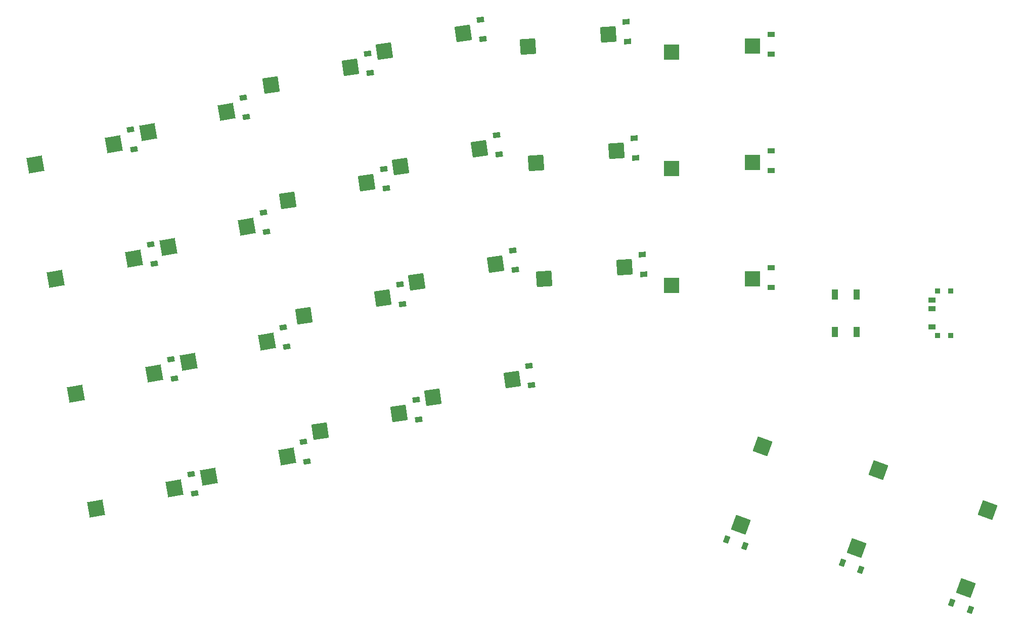
<source format=gbr>
%TF.GenerationSoftware,KiCad,Pcbnew,8.0.2*%
%TF.CreationDate,2024-05-17T16:06:01-05:00*%
%TF.ProjectId,janus,6a616e75-732e-46b6-9963-61645f706362,v1.0.0*%
%TF.SameCoordinates,Original*%
%TF.FileFunction,Paste,Top*%
%TF.FilePolarity,Positive*%
%FSLAX46Y46*%
G04 Gerber Fmt 4.6, Leading zero omitted, Abs format (unit mm)*
G04 Created by KiCad (PCBNEW 8.0.2) date 2024-05-17 16:06:01*
%MOMM*%
%LPD*%
G01*
G04 APERTURE LIST*
G04 Aperture macros list*
%AMRotRect*
0 Rectangle, with rotation*
0 The origin of the aperture is its center*
0 $1 length*
0 $2 width*
0 $3 Rotation angle, in degrees counterclockwise*
0 Add horizontal line*
21,1,$1,$2,0,0,$3*%
G04 Aperture macros list end*
%ADD10R,0.900000X0.900000*%
%ADD11R,1.250000X0.900000*%
%ADD12R,1.100000X1.800000*%
%ADD13R,1.200000X0.900000*%
%ADD14RotRect,2.600000X2.600000X10.000000*%
%ADD15RotRect,0.900000X1.200000X278.000000*%
%ADD16RotRect,2.600000X2.600000X8.000000*%
%ADD17R,2.600000X2.600000*%
%ADD18RotRect,0.900000X1.200000X160.000000*%
%ADD19RotRect,0.900000X1.200000X274.000000*%
%ADD20RotRect,0.900000X1.200000X280.000000*%
%ADD21RotRect,2.600000X2.600000X4.000000*%
%ADD22RotRect,2.600000X2.600000X250.000000*%
G04 APERTURE END LIST*
D10*
%TO.C,T1*%
X290389355Y-146210031D03*
X288189355Y-146210031D03*
X290389355Y-153610031D03*
X288189355Y-153610031D03*
D11*
X287214355Y-152160031D03*
X287214355Y-149160031D03*
X287214355Y-147660031D03*
%TD*%
D12*
%TO.C,B1*%
X274639354Y-146810049D03*
X274639354Y-153010031D03*
X270939354Y-146810049D03*
X270939354Y-153010031D03*
%TD*%
D13*
%TO.C,D20*%
X260289343Y-142260035D03*
X260289343Y-145560035D03*
%TD*%
D14*
%TO.C,S6*%
X162737293Y-158031122D03*
X175899109Y-154644141D03*
%TD*%
D15*
%TO.C,D12*%
X192713244Y-106446550D03*
X193172516Y-109714434D03*
%TD*%
D16*
%TO.C,S12*%
X176611076Y-111688558D03*
X189883077Y-108762981D03*
%TD*%
D17*
%TO.C,S22*%
X243614359Y-106210034D03*
X257164359Y-105160034D03*
%TD*%
D18*
%TO.C,D23*%
X255919974Y-188887868D03*
X252818978Y-187759200D03*
%TD*%
D15*
%TO.C,D15*%
X214319822Y-120072104D03*
X214779094Y-123339988D03*
%TD*%
D14*
%TO.C,S8*%
X155964997Y-119623611D03*
X169126813Y-116236630D03*
%TD*%
%TO.C,S4*%
X137108551Y-124979373D03*
X150270367Y-121592392D03*
%TD*%
D16*
%TO.C,S15*%
X198217663Y-125314098D03*
X211489664Y-122388521D03*
%TD*%
D14*
%TO.C,S1*%
X147266972Y-182590626D03*
X160428788Y-179203645D03*
%TD*%
D17*
%TO.C,S20*%
X243614348Y-145210041D03*
X257164348Y-144160041D03*
%TD*%
D19*
%TO.C,D19*%
X235991259Y-101160919D03*
X236221455Y-104452881D03*
%TD*%
D16*
%TO.C,S16*%
X195503793Y-106003873D03*
X208775794Y-103078296D03*
%TD*%
D20*
%TO.C,D3*%
X156404104Y-138382355D03*
X156977142Y-141632223D03*
%TD*%
D18*
%TO.C,D25*%
X293629679Y-199476428D03*
X290528691Y-198347762D03*
%TD*%
D20*
%TO.C,D5*%
X182032837Y-171434098D03*
X182605875Y-174683966D03*
%TD*%
D15*
%TO.C,D11*%
X195427113Y-125756766D03*
X195886385Y-129024650D03*
%TD*%
D20*
%TO.C,D7*%
X175260554Y-133026594D03*
X175833592Y-136276462D03*
%TD*%
D15*
%TO.C,D9*%
X200854867Y-164377227D03*
X201314139Y-167645111D03*
%TD*%
D14*
%TO.C,S7*%
X159351142Y-138827365D03*
X172512958Y-135440384D03*
%TD*%
D19*
%TO.C,D17*%
X238711775Y-140065917D03*
X238941971Y-143357879D03*
%TD*%
D16*
%TO.C,S9*%
X184752712Y-169619234D03*
X198024713Y-166693657D03*
%TD*%
D13*
%TO.C,D21*%
X260289345Y-122760032D03*
X260289345Y-126060032D03*
%TD*%
D16*
%TO.C,S13*%
X203645417Y-163934561D03*
X216917418Y-161008984D03*
%TD*%
D20*
%TO.C,D2*%
X159790241Y-157586100D03*
X160363279Y-160835968D03*
%TD*%
D14*
%TO.C,S3*%
X140494692Y-144183120D03*
X153656508Y-140796139D03*
%TD*%
D21*
%TO.C,S17*%
X222283161Y-144171920D03*
X235726910Y-142179277D03*
%TD*%
D20*
%TO.C,D6*%
X178646689Y-152230350D03*
X179219727Y-155480218D03*
%TD*%
D15*
%TO.C,D10*%
X198140994Y-145067013D03*
X198600266Y-148334897D03*
%TD*%
D14*
%TO.C,S2*%
X143880832Y-163386874D03*
X157042648Y-159999893D03*
%TD*%
D20*
%TO.C,D1*%
X163176368Y-176789856D03*
X163749406Y-180039724D03*
%TD*%
D17*
%TO.C,S21*%
X243614351Y-125710039D03*
X257164351Y-124660039D03*
%TD*%
D18*
%TO.C,D24*%
X275305667Y-192807037D03*
X272204679Y-191678371D03*
%TD*%
D16*
%TO.C,S14*%
X200931546Y-144624332D03*
X214203547Y-141698755D03*
%TD*%
D13*
%TO.C,D22*%
X260289346Y-103260033D03*
X260289346Y-106560033D03*
%TD*%
D22*
%TO.C,S24*%
X278236763Y-176128700D03*
X274589067Y-189220655D03*
%TD*%
%TO.C,S23*%
X258851088Y-172209533D03*
X255203390Y-185301484D03*
%TD*%
D20*
%TO.C,D4*%
X153017958Y-119178602D03*
X153590996Y-122428470D03*
%TD*%
D14*
%TO.C,S5*%
X166123421Y-177234865D03*
X179285237Y-173847884D03*
%TD*%
D21*
%TO.C,S18*%
X220922919Y-124719422D03*
X234366668Y-122726779D03*
%TD*%
D20*
%TO.C,D8*%
X171874419Y-113822842D03*
X172447457Y-117072710D03*
%TD*%
D15*
%TO.C,D13*%
X219747567Y-158692555D03*
X220206839Y-161960439D03*
%TD*%
D16*
%TO.C,S11*%
X179324964Y-130998792D03*
X192596965Y-128073215D03*
%TD*%
D15*
%TO.C,D16*%
X211605948Y-100761870D03*
X212065220Y-104029754D03*
%TD*%
D21*
%TO.C,S19*%
X219562663Y-105266924D03*
X233006412Y-103274281D03*
%TD*%
D15*
%TO.C,D14*%
X217033689Y-139382329D03*
X217492961Y-142650213D03*
%TD*%
D19*
%TO.C,D18*%
X237351522Y-120613414D03*
X237581718Y-123905376D03*
%TD*%
D22*
%TO.C,S25*%
X296560765Y-182798106D03*
X292913069Y-195890061D03*
%TD*%
D16*
%TO.C,S10*%
X182038832Y-150309010D03*
X195310833Y-147383433D03*
%TD*%
M02*

</source>
